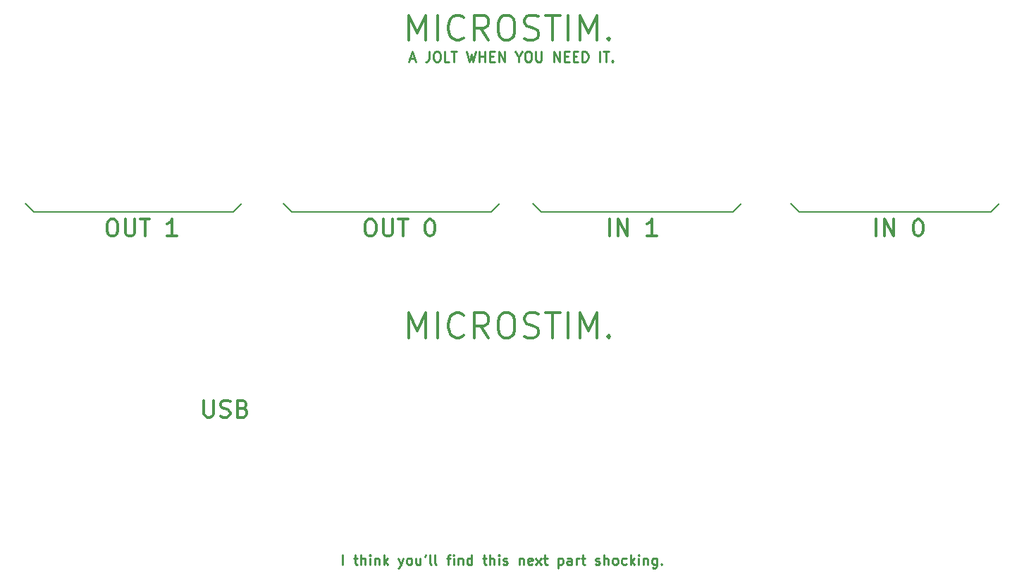
<source format=gto>
G04 #@! TF.GenerationSoftware,KiCad,Pcbnew,5.0.2-bee76a0~70~ubuntu18.04.1*
G04 #@! TF.CreationDate,2018-12-10T22:00:33+02:00*
G04 #@! TF.ProjectId,panels,70616e65-6c73-42e6-9b69-6361645f7063,rev?*
G04 #@! TF.SameCoordinates,Original*
G04 #@! TF.FileFunction,Legend,Top*
G04 #@! TF.FilePolarity,Positive*
%FSLAX46Y46*%
G04 Gerber Fmt 4.6, Leading zero omitted, Abs format (unit mm)*
G04 Created by KiCad (PCBNEW 5.0.2-bee76a0~70~ubuntu18.04.1) date Mon Dec 10 22:00:33 2018*
%MOMM*%
%LPD*%
G01*
G04 APERTURE LIST*
%ADD10C,0.300000*%
%ADD11C,0.250000*%
%ADD12C,0.200000*%
G04 APERTURE END LIST*
D10*
X80976190Y-91504761D02*
X80976190Y-93123809D01*
X81071428Y-93314285D01*
X81166666Y-93409523D01*
X81357142Y-93504761D01*
X81738095Y-93504761D01*
X81928571Y-93409523D01*
X82023809Y-93314285D01*
X82119047Y-93123809D01*
X82119047Y-91504761D01*
X82976190Y-93409523D02*
X83261904Y-93504761D01*
X83738095Y-93504761D01*
X83928571Y-93409523D01*
X84023809Y-93314285D01*
X84119047Y-93123809D01*
X84119047Y-92933333D01*
X84023809Y-92742857D01*
X83928571Y-92647619D01*
X83738095Y-92552380D01*
X83357142Y-92457142D01*
X83166666Y-92361904D01*
X83071428Y-92266666D01*
X82976190Y-92076190D01*
X82976190Y-91885714D01*
X83071428Y-91695238D01*
X83166666Y-91600000D01*
X83357142Y-91504761D01*
X83833333Y-91504761D01*
X84119047Y-91600000D01*
X85642857Y-92457142D02*
X85928571Y-92552380D01*
X86023809Y-92647619D01*
X86119047Y-92838095D01*
X86119047Y-93123809D01*
X86023809Y-93314285D01*
X85928571Y-93409523D01*
X85738095Y-93504761D01*
X84976190Y-93504761D01*
X84976190Y-91504761D01*
X85642857Y-91504761D01*
X85833333Y-91600000D01*
X85928571Y-91695238D01*
X86023809Y-91885714D01*
X86023809Y-92076190D01*
X85928571Y-92266666D01*
X85833333Y-92361904D01*
X85642857Y-92457142D01*
X84976190Y-92457142D01*
D11*
X97657142Y-111242857D02*
X97657142Y-110042857D01*
X98971428Y-110442857D02*
X99428571Y-110442857D01*
X99142857Y-110042857D02*
X99142857Y-111071428D01*
X99200000Y-111185714D01*
X99314285Y-111242857D01*
X99428571Y-111242857D01*
X99828571Y-111242857D02*
X99828571Y-110042857D01*
X100342857Y-111242857D02*
X100342857Y-110614285D01*
X100285714Y-110500000D01*
X100171428Y-110442857D01*
X100000000Y-110442857D01*
X99885714Y-110500000D01*
X99828571Y-110557142D01*
X100914285Y-111242857D02*
X100914285Y-110442857D01*
X100914285Y-110042857D02*
X100857142Y-110100000D01*
X100914285Y-110157142D01*
X100971428Y-110100000D01*
X100914285Y-110042857D01*
X100914285Y-110157142D01*
X101485714Y-110442857D02*
X101485714Y-111242857D01*
X101485714Y-110557142D02*
X101542857Y-110500000D01*
X101657142Y-110442857D01*
X101828571Y-110442857D01*
X101942857Y-110500000D01*
X102000000Y-110614285D01*
X102000000Y-111242857D01*
X102571428Y-111242857D02*
X102571428Y-110042857D01*
X102685714Y-110785714D02*
X103028571Y-111242857D01*
X103028571Y-110442857D02*
X102571428Y-110900000D01*
X104342857Y-110442857D02*
X104628571Y-111242857D01*
X104914285Y-110442857D02*
X104628571Y-111242857D01*
X104514285Y-111528571D01*
X104457142Y-111585714D01*
X104342857Y-111642857D01*
X105542857Y-111242857D02*
X105428571Y-111185714D01*
X105371428Y-111128571D01*
X105314285Y-111014285D01*
X105314285Y-110671428D01*
X105371428Y-110557142D01*
X105428571Y-110500000D01*
X105542857Y-110442857D01*
X105714285Y-110442857D01*
X105828571Y-110500000D01*
X105885714Y-110557142D01*
X105942857Y-110671428D01*
X105942857Y-111014285D01*
X105885714Y-111128571D01*
X105828571Y-111185714D01*
X105714285Y-111242857D01*
X105542857Y-111242857D01*
X106971428Y-110442857D02*
X106971428Y-111242857D01*
X106457142Y-110442857D02*
X106457142Y-111071428D01*
X106514285Y-111185714D01*
X106628571Y-111242857D01*
X106800000Y-111242857D01*
X106914285Y-111185714D01*
X106971428Y-111128571D01*
X107600000Y-110042857D02*
X107485714Y-110271428D01*
X108285714Y-111242857D02*
X108171428Y-111185714D01*
X108114285Y-111071428D01*
X108114285Y-110042857D01*
X108914285Y-111242857D02*
X108800000Y-111185714D01*
X108742857Y-111071428D01*
X108742857Y-110042857D01*
X110114285Y-110442857D02*
X110571428Y-110442857D01*
X110285714Y-111242857D02*
X110285714Y-110214285D01*
X110342857Y-110100000D01*
X110457142Y-110042857D01*
X110571428Y-110042857D01*
X110971428Y-111242857D02*
X110971428Y-110442857D01*
X110971428Y-110042857D02*
X110914285Y-110100000D01*
X110971428Y-110157142D01*
X111028571Y-110100000D01*
X110971428Y-110042857D01*
X110971428Y-110157142D01*
X111542857Y-110442857D02*
X111542857Y-111242857D01*
X111542857Y-110557142D02*
X111600000Y-110500000D01*
X111714285Y-110442857D01*
X111885714Y-110442857D01*
X112000000Y-110500000D01*
X112057142Y-110614285D01*
X112057142Y-111242857D01*
X113142857Y-111242857D02*
X113142857Y-110042857D01*
X113142857Y-111185714D02*
X113028571Y-111242857D01*
X112800000Y-111242857D01*
X112685714Y-111185714D01*
X112628571Y-111128571D01*
X112571428Y-111014285D01*
X112571428Y-110671428D01*
X112628571Y-110557142D01*
X112685714Y-110500000D01*
X112800000Y-110442857D01*
X113028571Y-110442857D01*
X113142857Y-110500000D01*
X114457142Y-110442857D02*
X114914285Y-110442857D01*
X114628571Y-110042857D02*
X114628571Y-111071428D01*
X114685714Y-111185714D01*
X114800000Y-111242857D01*
X114914285Y-111242857D01*
X115314285Y-111242857D02*
X115314285Y-110042857D01*
X115828571Y-111242857D02*
X115828571Y-110614285D01*
X115771428Y-110500000D01*
X115657142Y-110442857D01*
X115485714Y-110442857D01*
X115371428Y-110500000D01*
X115314285Y-110557142D01*
X116400000Y-111242857D02*
X116400000Y-110442857D01*
X116400000Y-110042857D02*
X116342857Y-110100000D01*
X116400000Y-110157142D01*
X116457142Y-110100000D01*
X116400000Y-110042857D01*
X116400000Y-110157142D01*
X116914285Y-111185714D02*
X117028571Y-111242857D01*
X117257142Y-111242857D01*
X117371428Y-111185714D01*
X117428571Y-111071428D01*
X117428571Y-111014285D01*
X117371428Y-110900000D01*
X117257142Y-110842857D01*
X117085714Y-110842857D01*
X116971428Y-110785714D01*
X116914285Y-110671428D01*
X116914285Y-110614285D01*
X116971428Y-110500000D01*
X117085714Y-110442857D01*
X117257142Y-110442857D01*
X117371428Y-110500000D01*
X118857142Y-110442857D02*
X118857142Y-111242857D01*
X118857142Y-110557142D02*
X118914285Y-110500000D01*
X119028571Y-110442857D01*
X119200000Y-110442857D01*
X119314285Y-110500000D01*
X119371428Y-110614285D01*
X119371428Y-111242857D01*
X120400000Y-111185714D02*
X120285714Y-111242857D01*
X120057142Y-111242857D01*
X119942857Y-111185714D01*
X119885714Y-111071428D01*
X119885714Y-110614285D01*
X119942857Y-110500000D01*
X120057142Y-110442857D01*
X120285714Y-110442857D01*
X120400000Y-110500000D01*
X120457142Y-110614285D01*
X120457142Y-110728571D01*
X119885714Y-110842857D01*
X120857142Y-111242857D02*
X121485714Y-110442857D01*
X120857142Y-110442857D02*
X121485714Y-111242857D01*
X121771428Y-110442857D02*
X122228571Y-110442857D01*
X121942857Y-110042857D02*
X121942857Y-111071428D01*
X122000000Y-111185714D01*
X122114285Y-111242857D01*
X122228571Y-111242857D01*
X123542857Y-110442857D02*
X123542857Y-111642857D01*
X123542857Y-110500000D02*
X123657142Y-110442857D01*
X123885714Y-110442857D01*
X124000000Y-110500000D01*
X124057142Y-110557142D01*
X124114285Y-110671428D01*
X124114285Y-111014285D01*
X124057142Y-111128571D01*
X124000000Y-111185714D01*
X123885714Y-111242857D01*
X123657142Y-111242857D01*
X123542857Y-111185714D01*
X125142857Y-111242857D02*
X125142857Y-110614285D01*
X125085714Y-110500000D01*
X124971428Y-110442857D01*
X124742857Y-110442857D01*
X124628571Y-110500000D01*
X125142857Y-111185714D02*
X125028571Y-111242857D01*
X124742857Y-111242857D01*
X124628571Y-111185714D01*
X124571428Y-111071428D01*
X124571428Y-110957142D01*
X124628571Y-110842857D01*
X124742857Y-110785714D01*
X125028571Y-110785714D01*
X125142857Y-110728571D01*
X125714285Y-111242857D02*
X125714285Y-110442857D01*
X125714285Y-110671428D02*
X125771428Y-110557142D01*
X125828571Y-110500000D01*
X125942857Y-110442857D01*
X126057142Y-110442857D01*
X126285714Y-110442857D02*
X126742857Y-110442857D01*
X126457142Y-110042857D02*
X126457142Y-111071428D01*
X126514285Y-111185714D01*
X126628571Y-111242857D01*
X126742857Y-111242857D01*
X128000000Y-111185714D02*
X128114285Y-111242857D01*
X128342857Y-111242857D01*
X128457142Y-111185714D01*
X128514285Y-111071428D01*
X128514285Y-111014285D01*
X128457142Y-110900000D01*
X128342857Y-110842857D01*
X128171428Y-110842857D01*
X128057142Y-110785714D01*
X128000000Y-110671428D01*
X128000000Y-110614285D01*
X128057142Y-110500000D01*
X128171428Y-110442857D01*
X128342857Y-110442857D01*
X128457142Y-110500000D01*
X129028571Y-111242857D02*
X129028571Y-110042857D01*
X129542857Y-111242857D02*
X129542857Y-110614285D01*
X129485714Y-110500000D01*
X129371428Y-110442857D01*
X129200000Y-110442857D01*
X129085714Y-110500000D01*
X129028571Y-110557142D01*
X130285714Y-111242857D02*
X130171428Y-111185714D01*
X130114285Y-111128571D01*
X130057142Y-111014285D01*
X130057142Y-110671428D01*
X130114285Y-110557142D01*
X130171428Y-110500000D01*
X130285714Y-110442857D01*
X130457142Y-110442857D01*
X130571428Y-110500000D01*
X130628571Y-110557142D01*
X130685714Y-110671428D01*
X130685714Y-111014285D01*
X130628571Y-111128571D01*
X130571428Y-111185714D01*
X130457142Y-111242857D01*
X130285714Y-111242857D01*
X131714285Y-111185714D02*
X131600000Y-111242857D01*
X131371428Y-111242857D01*
X131257142Y-111185714D01*
X131200000Y-111128571D01*
X131142857Y-111014285D01*
X131142857Y-110671428D01*
X131200000Y-110557142D01*
X131257142Y-110500000D01*
X131371428Y-110442857D01*
X131600000Y-110442857D01*
X131714285Y-110500000D01*
X132228571Y-111242857D02*
X132228571Y-110042857D01*
X132342857Y-110785714D02*
X132685714Y-111242857D01*
X132685714Y-110442857D02*
X132228571Y-110900000D01*
X133200000Y-111242857D02*
X133200000Y-110442857D01*
X133200000Y-110042857D02*
X133142857Y-110100000D01*
X133200000Y-110157142D01*
X133257142Y-110100000D01*
X133200000Y-110042857D01*
X133200000Y-110157142D01*
X133771428Y-110442857D02*
X133771428Y-111242857D01*
X133771428Y-110557142D02*
X133828571Y-110500000D01*
X133942857Y-110442857D01*
X134114285Y-110442857D01*
X134228571Y-110500000D01*
X134285714Y-110614285D01*
X134285714Y-111242857D01*
X135371428Y-110442857D02*
X135371428Y-111414285D01*
X135314285Y-111528571D01*
X135257142Y-111585714D01*
X135142857Y-111642857D01*
X134971428Y-111642857D01*
X134857142Y-111585714D01*
X135371428Y-111185714D02*
X135257142Y-111242857D01*
X135028571Y-111242857D01*
X134914285Y-111185714D01*
X134857142Y-111128571D01*
X134800000Y-111014285D01*
X134800000Y-110671428D01*
X134857142Y-110557142D01*
X134914285Y-110500000D01*
X135028571Y-110442857D01*
X135257142Y-110442857D01*
X135371428Y-110500000D01*
X135942857Y-111128571D02*
X136000000Y-111185714D01*
X135942857Y-111242857D01*
X135885714Y-111185714D01*
X135942857Y-111128571D01*
X135942857Y-111242857D01*
D10*
X105600000Y-83957142D02*
X105600000Y-80957142D01*
X106600000Y-83100000D01*
X107600000Y-80957142D01*
X107600000Y-83957142D01*
X109028571Y-83957142D02*
X109028571Y-80957142D01*
X112171428Y-83671428D02*
X112028571Y-83814285D01*
X111600000Y-83957142D01*
X111314285Y-83957142D01*
X110885714Y-83814285D01*
X110600000Y-83528571D01*
X110457142Y-83242857D01*
X110314285Y-82671428D01*
X110314285Y-82242857D01*
X110457142Y-81671428D01*
X110600000Y-81385714D01*
X110885714Y-81100000D01*
X111314285Y-80957142D01*
X111600000Y-80957142D01*
X112028571Y-81100000D01*
X112171428Y-81242857D01*
X115171428Y-83957142D02*
X114171428Y-82528571D01*
X113457142Y-83957142D02*
X113457142Y-80957142D01*
X114600000Y-80957142D01*
X114885714Y-81100000D01*
X115028571Y-81242857D01*
X115171428Y-81528571D01*
X115171428Y-81957142D01*
X115028571Y-82242857D01*
X114885714Y-82385714D01*
X114600000Y-82528571D01*
X113457142Y-82528571D01*
X117028571Y-80957142D02*
X117600000Y-80957142D01*
X117885714Y-81100000D01*
X118171428Y-81385714D01*
X118314285Y-81957142D01*
X118314285Y-82957142D01*
X118171428Y-83528571D01*
X117885714Y-83814285D01*
X117600000Y-83957142D01*
X117028571Y-83957142D01*
X116742857Y-83814285D01*
X116457142Y-83528571D01*
X116314285Y-82957142D01*
X116314285Y-81957142D01*
X116457142Y-81385714D01*
X116742857Y-81100000D01*
X117028571Y-80957142D01*
X119457142Y-83814285D02*
X119885714Y-83957142D01*
X120600000Y-83957142D01*
X120885714Y-83814285D01*
X121028571Y-83671428D01*
X121171428Y-83385714D01*
X121171428Y-83100000D01*
X121028571Y-82814285D01*
X120885714Y-82671428D01*
X120600000Y-82528571D01*
X120028571Y-82385714D01*
X119742857Y-82242857D01*
X119600000Y-82100000D01*
X119457142Y-81814285D01*
X119457142Y-81528571D01*
X119600000Y-81242857D01*
X119742857Y-81100000D01*
X120028571Y-80957142D01*
X120742857Y-80957142D01*
X121171428Y-81100000D01*
X122028571Y-80957142D02*
X123742857Y-80957142D01*
X122885714Y-83957142D02*
X122885714Y-80957142D01*
X124742857Y-83957142D02*
X124742857Y-80957142D01*
X126171428Y-83957142D02*
X126171428Y-80957142D01*
X127171428Y-83100000D01*
X128171428Y-80957142D01*
X128171428Y-83957142D01*
X129600000Y-83671428D02*
X129742857Y-83814285D01*
X129600000Y-83957142D01*
X129457142Y-83814285D01*
X129600000Y-83671428D01*
X129600000Y-83957142D01*
D11*
X105700000Y-50400000D02*
X106271428Y-50400000D01*
X105585714Y-50742857D02*
X105985714Y-49542857D01*
X106385714Y-50742857D01*
X108042857Y-49542857D02*
X108042857Y-50400000D01*
X107985714Y-50571428D01*
X107871428Y-50685714D01*
X107700000Y-50742857D01*
X107585714Y-50742857D01*
X108842857Y-49542857D02*
X109071428Y-49542857D01*
X109185714Y-49600000D01*
X109300000Y-49714285D01*
X109357142Y-49942857D01*
X109357142Y-50342857D01*
X109300000Y-50571428D01*
X109185714Y-50685714D01*
X109071428Y-50742857D01*
X108842857Y-50742857D01*
X108728571Y-50685714D01*
X108614285Y-50571428D01*
X108557142Y-50342857D01*
X108557142Y-49942857D01*
X108614285Y-49714285D01*
X108728571Y-49600000D01*
X108842857Y-49542857D01*
X110442857Y-50742857D02*
X109871428Y-50742857D01*
X109871428Y-49542857D01*
X110671428Y-49542857D02*
X111357142Y-49542857D01*
X111014285Y-50742857D02*
X111014285Y-49542857D01*
X112557142Y-49542857D02*
X112842857Y-50742857D01*
X113071428Y-49885714D01*
X113300000Y-50742857D01*
X113585714Y-49542857D01*
X114042857Y-50742857D02*
X114042857Y-49542857D01*
X114042857Y-50114285D02*
X114728571Y-50114285D01*
X114728571Y-50742857D02*
X114728571Y-49542857D01*
X115300000Y-50114285D02*
X115700000Y-50114285D01*
X115871428Y-50742857D02*
X115300000Y-50742857D01*
X115300000Y-49542857D01*
X115871428Y-49542857D01*
X116385714Y-50742857D02*
X116385714Y-49542857D01*
X117071428Y-50742857D01*
X117071428Y-49542857D01*
X118785714Y-50171428D02*
X118785714Y-50742857D01*
X118385714Y-49542857D02*
X118785714Y-50171428D01*
X119185714Y-49542857D01*
X119814285Y-49542857D02*
X120042857Y-49542857D01*
X120157142Y-49600000D01*
X120271428Y-49714285D01*
X120328571Y-49942857D01*
X120328571Y-50342857D01*
X120271428Y-50571428D01*
X120157142Y-50685714D01*
X120042857Y-50742857D01*
X119814285Y-50742857D01*
X119700000Y-50685714D01*
X119585714Y-50571428D01*
X119528571Y-50342857D01*
X119528571Y-49942857D01*
X119585714Y-49714285D01*
X119700000Y-49600000D01*
X119814285Y-49542857D01*
X120842857Y-49542857D02*
X120842857Y-50514285D01*
X120900000Y-50628571D01*
X120957142Y-50685714D01*
X121071428Y-50742857D01*
X121300000Y-50742857D01*
X121414285Y-50685714D01*
X121471428Y-50628571D01*
X121528571Y-50514285D01*
X121528571Y-49542857D01*
X123014285Y-50742857D02*
X123014285Y-49542857D01*
X123700000Y-50742857D01*
X123700000Y-49542857D01*
X124271428Y-50114285D02*
X124671428Y-50114285D01*
X124842857Y-50742857D02*
X124271428Y-50742857D01*
X124271428Y-49542857D01*
X124842857Y-49542857D01*
X125357142Y-50114285D02*
X125757142Y-50114285D01*
X125928571Y-50742857D02*
X125357142Y-50742857D01*
X125357142Y-49542857D01*
X125928571Y-49542857D01*
X126442857Y-50742857D02*
X126442857Y-49542857D01*
X126728571Y-49542857D01*
X126900000Y-49600000D01*
X127014285Y-49714285D01*
X127071428Y-49828571D01*
X127128571Y-50057142D01*
X127128571Y-50228571D01*
X127071428Y-50457142D01*
X127014285Y-50571428D01*
X126900000Y-50685714D01*
X126728571Y-50742857D01*
X126442857Y-50742857D01*
X128557142Y-50742857D02*
X128557142Y-49542857D01*
X128957142Y-49542857D02*
X129642857Y-49542857D01*
X129300000Y-50742857D02*
X129300000Y-49542857D01*
X130042857Y-50628571D02*
X130100000Y-50685714D01*
X130042857Y-50742857D01*
X129985714Y-50685714D01*
X130042857Y-50628571D01*
X130042857Y-50742857D01*
D10*
X105600000Y-48157142D02*
X105600000Y-45157142D01*
X106600000Y-47300000D01*
X107600000Y-45157142D01*
X107600000Y-48157142D01*
X109028571Y-48157142D02*
X109028571Y-45157142D01*
X112171428Y-47871428D02*
X112028571Y-48014285D01*
X111600000Y-48157142D01*
X111314285Y-48157142D01*
X110885714Y-48014285D01*
X110600000Y-47728571D01*
X110457142Y-47442857D01*
X110314285Y-46871428D01*
X110314285Y-46442857D01*
X110457142Y-45871428D01*
X110600000Y-45585714D01*
X110885714Y-45300000D01*
X111314285Y-45157142D01*
X111600000Y-45157142D01*
X112028571Y-45300000D01*
X112171428Y-45442857D01*
X115171428Y-48157142D02*
X114171428Y-46728571D01*
X113457142Y-48157142D02*
X113457142Y-45157142D01*
X114600000Y-45157142D01*
X114885714Y-45300000D01*
X115028571Y-45442857D01*
X115171428Y-45728571D01*
X115171428Y-46157142D01*
X115028571Y-46442857D01*
X114885714Y-46585714D01*
X114600000Y-46728571D01*
X113457142Y-46728571D01*
X117028571Y-45157142D02*
X117600000Y-45157142D01*
X117885714Y-45300000D01*
X118171428Y-45585714D01*
X118314285Y-46157142D01*
X118314285Y-47157142D01*
X118171428Y-47728571D01*
X117885714Y-48014285D01*
X117600000Y-48157142D01*
X117028571Y-48157142D01*
X116742857Y-48014285D01*
X116457142Y-47728571D01*
X116314285Y-47157142D01*
X116314285Y-46157142D01*
X116457142Y-45585714D01*
X116742857Y-45300000D01*
X117028571Y-45157142D01*
X119457142Y-48014285D02*
X119885714Y-48157142D01*
X120600000Y-48157142D01*
X120885714Y-48014285D01*
X121028571Y-47871428D01*
X121171428Y-47585714D01*
X121171428Y-47300000D01*
X121028571Y-47014285D01*
X120885714Y-46871428D01*
X120600000Y-46728571D01*
X120028571Y-46585714D01*
X119742857Y-46442857D01*
X119600000Y-46300000D01*
X119457142Y-46014285D01*
X119457142Y-45728571D01*
X119600000Y-45442857D01*
X119742857Y-45300000D01*
X120028571Y-45157142D01*
X120742857Y-45157142D01*
X121171428Y-45300000D01*
X122028571Y-45157142D02*
X123742857Y-45157142D01*
X122885714Y-48157142D02*
X122885714Y-45157142D01*
X124742857Y-48157142D02*
X124742857Y-45157142D01*
X126171428Y-48157142D02*
X126171428Y-45157142D01*
X127171428Y-47300000D01*
X128171428Y-45157142D01*
X128171428Y-48157142D01*
X129600000Y-47871428D02*
X129742857Y-48014285D01*
X129600000Y-48157142D01*
X129457142Y-48014285D01*
X129600000Y-47871428D01*
X129600000Y-48157142D01*
X69785714Y-69704761D02*
X70166666Y-69704761D01*
X70357142Y-69800000D01*
X70547619Y-69990476D01*
X70642857Y-70371428D01*
X70642857Y-71038095D01*
X70547619Y-71419047D01*
X70357142Y-71609523D01*
X70166666Y-71704761D01*
X69785714Y-71704761D01*
X69595238Y-71609523D01*
X69404761Y-71419047D01*
X69309523Y-71038095D01*
X69309523Y-70371428D01*
X69404761Y-69990476D01*
X69595238Y-69800000D01*
X69785714Y-69704761D01*
X71500000Y-69704761D02*
X71500000Y-71323809D01*
X71595238Y-71514285D01*
X71690476Y-71609523D01*
X71880952Y-71704761D01*
X72261904Y-71704761D01*
X72452380Y-71609523D01*
X72547619Y-71514285D01*
X72642857Y-71323809D01*
X72642857Y-69704761D01*
X73309523Y-69704761D02*
X74452380Y-69704761D01*
X73880952Y-71704761D02*
X73880952Y-69704761D01*
X77690476Y-71704761D02*
X76547619Y-71704761D01*
X77119047Y-71704761D02*
X77119047Y-69704761D01*
X76928571Y-69990476D01*
X76738095Y-70180952D01*
X76547619Y-70276190D01*
X100785714Y-69704761D02*
X101166666Y-69704761D01*
X101357142Y-69800000D01*
X101547619Y-69990476D01*
X101642857Y-70371428D01*
X101642857Y-71038095D01*
X101547619Y-71419047D01*
X101357142Y-71609523D01*
X101166666Y-71704761D01*
X100785714Y-71704761D01*
X100595238Y-71609523D01*
X100404761Y-71419047D01*
X100309523Y-71038095D01*
X100309523Y-70371428D01*
X100404761Y-69990476D01*
X100595238Y-69800000D01*
X100785714Y-69704761D01*
X102500000Y-69704761D02*
X102500000Y-71323809D01*
X102595238Y-71514285D01*
X102690476Y-71609523D01*
X102880952Y-71704761D01*
X103261904Y-71704761D01*
X103452380Y-71609523D01*
X103547619Y-71514285D01*
X103642857Y-71323809D01*
X103642857Y-69704761D01*
X104309523Y-69704761D02*
X105452380Y-69704761D01*
X104880952Y-71704761D02*
X104880952Y-69704761D01*
X108023809Y-69704761D02*
X108214285Y-69704761D01*
X108404761Y-69800000D01*
X108500000Y-69895238D01*
X108595238Y-70085714D01*
X108690476Y-70466666D01*
X108690476Y-70942857D01*
X108595238Y-71323809D01*
X108500000Y-71514285D01*
X108404761Y-71609523D01*
X108214285Y-71704761D01*
X108023809Y-71704761D01*
X107833333Y-71609523D01*
X107738095Y-71514285D01*
X107642857Y-71323809D01*
X107547619Y-70942857D01*
X107547619Y-70466666D01*
X107642857Y-70085714D01*
X107738095Y-69895238D01*
X107833333Y-69800000D01*
X108023809Y-69704761D01*
D12*
X60500000Y-68800000D02*
X59500000Y-67800000D01*
X61500000Y-68800000D02*
X60500000Y-68800000D01*
X84500000Y-68800000D02*
X61500000Y-68800000D01*
X85500000Y-67800000D02*
X84500000Y-68800000D01*
X91500000Y-68800000D02*
X90500000Y-67800000D01*
X115500000Y-68800000D02*
X91500000Y-68800000D01*
X116500000Y-67800000D02*
X115500000Y-68800000D01*
X121500000Y-68800000D02*
X120500000Y-67800000D01*
X144500000Y-68800000D02*
X121500000Y-68800000D01*
X145500000Y-67800000D02*
X144500000Y-68800000D01*
X175500000Y-68800000D02*
X176500000Y-67800000D01*
X152500000Y-68800000D02*
X175500000Y-68800000D01*
X151500000Y-67800000D02*
X152500000Y-68800000D01*
D10*
X129738095Y-71704761D02*
X129738095Y-69704761D01*
X130690476Y-71704761D02*
X130690476Y-69704761D01*
X131833333Y-71704761D01*
X131833333Y-69704761D01*
X135357142Y-71704761D02*
X134214285Y-71704761D01*
X134785714Y-71704761D02*
X134785714Y-69704761D01*
X134595238Y-69990476D01*
X134404761Y-70180952D01*
X134214285Y-70276190D01*
X161738095Y-71704761D02*
X161738095Y-69704761D01*
X162690476Y-71704761D02*
X162690476Y-69704761D01*
X163833333Y-71704761D01*
X163833333Y-69704761D01*
X166690476Y-69704761D02*
X166880952Y-69704761D01*
X167071428Y-69800000D01*
X167166666Y-69895238D01*
X167261904Y-70085714D01*
X167357142Y-70466666D01*
X167357142Y-70942857D01*
X167261904Y-71323809D01*
X167166666Y-71514285D01*
X167071428Y-71609523D01*
X166880952Y-71704761D01*
X166690476Y-71704761D01*
X166500000Y-71609523D01*
X166404761Y-71514285D01*
X166309523Y-71323809D01*
X166214285Y-70942857D01*
X166214285Y-70466666D01*
X166309523Y-70085714D01*
X166404761Y-69895238D01*
X166500000Y-69800000D01*
X166690476Y-69704761D01*
M02*

</source>
